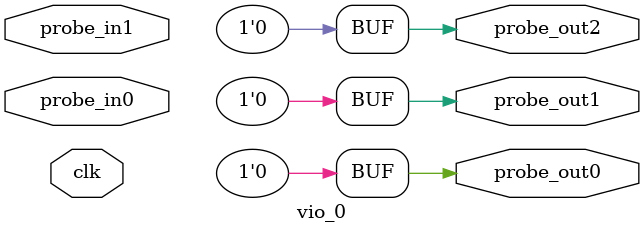
<source format=v>
`timescale 1ns / 1ps
module vio_0 (
clk,
probe_in0,probe_in1,
probe_out0,
probe_out1,
probe_out2
);

input clk;
input [0 : 0] probe_in0;
input [2 : 0] probe_in1;

output reg [0 : 0] probe_out0 = 'h0 ;
output reg [0 : 0] probe_out1 = 'h0 ;
output reg [0 : 0] probe_out2 = 'h0 ;


endmodule

</source>
